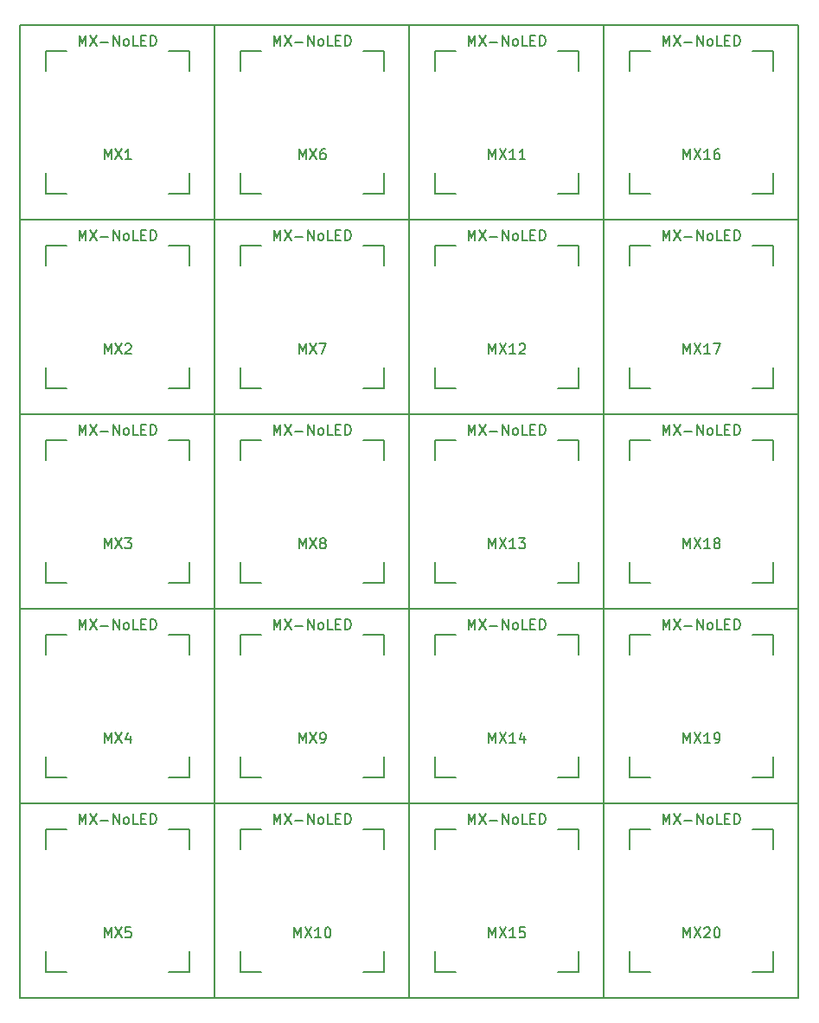
<source format=gbr>
G04 #@! TF.GenerationSoftware,KiCad,Pcbnew,(5.1.10)-1*
G04 #@! TF.CreationDate,2021-09-28T21:06:42+02:00*
G04 #@! TF.ProjectId,SheepyPad,53686565-7079-4506-9164-2e6b69636164,rev?*
G04 #@! TF.SameCoordinates,Original*
G04 #@! TF.FileFunction,OtherDrawing,Comment*
%FSLAX46Y46*%
G04 Gerber Fmt 4.6, Leading zero omitted, Abs format (unit mm)*
G04 Created by KiCad (PCBNEW (5.1.10)-1) date 2021-09-28 21:06:42*
%MOMM*%
%LPD*%
G01*
G04 APERTURE LIST*
%ADD10C,0.150000*%
G04 APERTURE END LIST*
D10*
X106680000Y-64770000D02*
X106680000Y-45720000D01*
X125730000Y-64770000D02*
X106680000Y-64770000D01*
X125730000Y-45720000D02*
X125730000Y-64770000D01*
X106680000Y-45720000D02*
X125730000Y-45720000D01*
X109205000Y-48245000D02*
X109205000Y-50245000D01*
X111205000Y-48245000D02*
X109205000Y-48245000D01*
X109205000Y-62245000D02*
X111205000Y-62245000D01*
X109205000Y-60245000D02*
X109205000Y-62245000D01*
X123205000Y-62245000D02*
X123205000Y-60245000D01*
X121205000Y-62245000D02*
X123205000Y-62245000D01*
X123205000Y-48245000D02*
X123205000Y-50245000D01*
X121205000Y-48245000D02*
X123205000Y-48245000D01*
X106680000Y-121920000D02*
X106680000Y-102870000D01*
X125730000Y-121920000D02*
X106680000Y-121920000D01*
X125730000Y-102870000D02*
X125730000Y-121920000D01*
X106680000Y-102870000D02*
X125730000Y-102870000D01*
X109205000Y-105395000D02*
X109205000Y-107395000D01*
X111205000Y-105395000D02*
X109205000Y-105395000D01*
X109205000Y-119395000D02*
X111205000Y-119395000D01*
X109205000Y-117395000D02*
X109205000Y-119395000D01*
X123205000Y-119395000D02*
X123205000Y-117395000D01*
X121205000Y-119395000D02*
X123205000Y-119395000D01*
X123205000Y-105395000D02*
X123205000Y-107395000D01*
X121205000Y-105395000D02*
X123205000Y-105395000D01*
X163830000Y-140970000D02*
X163830000Y-121920000D01*
X182880000Y-140970000D02*
X163830000Y-140970000D01*
X182880000Y-121920000D02*
X182880000Y-140970000D01*
X163830000Y-121920000D02*
X182880000Y-121920000D01*
X166355000Y-124445000D02*
X166355000Y-126445000D01*
X168355000Y-124445000D02*
X166355000Y-124445000D01*
X166355000Y-138445000D02*
X168355000Y-138445000D01*
X166355000Y-136445000D02*
X166355000Y-138445000D01*
X180355000Y-138445000D02*
X180355000Y-136445000D01*
X178355000Y-138445000D02*
X180355000Y-138445000D01*
X180355000Y-124445000D02*
X180355000Y-126445000D01*
X178355000Y-124445000D02*
X180355000Y-124445000D01*
X163830000Y-121920000D02*
X163830000Y-102870000D01*
X182880000Y-121920000D02*
X163830000Y-121920000D01*
X182880000Y-102870000D02*
X182880000Y-121920000D01*
X163830000Y-102870000D02*
X182880000Y-102870000D01*
X166355000Y-105395000D02*
X166355000Y-107395000D01*
X168355000Y-105395000D02*
X166355000Y-105395000D01*
X166355000Y-119395000D02*
X168355000Y-119395000D01*
X166355000Y-117395000D02*
X166355000Y-119395000D01*
X180355000Y-119395000D02*
X180355000Y-117395000D01*
X178355000Y-119395000D02*
X180355000Y-119395000D01*
X180355000Y-105395000D02*
X180355000Y-107395000D01*
X178355000Y-105395000D02*
X180355000Y-105395000D01*
X163830000Y-102870000D02*
X163830000Y-83820000D01*
X182880000Y-102870000D02*
X163830000Y-102870000D01*
X182880000Y-83820000D02*
X182880000Y-102870000D01*
X163830000Y-83820000D02*
X182880000Y-83820000D01*
X166355000Y-86345000D02*
X166355000Y-88345000D01*
X168355000Y-86345000D02*
X166355000Y-86345000D01*
X166355000Y-100345000D02*
X168355000Y-100345000D01*
X166355000Y-98345000D02*
X166355000Y-100345000D01*
X180355000Y-100345000D02*
X180355000Y-98345000D01*
X178355000Y-100345000D02*
X180355000Y-100345000D01*
X180355000Y-86345000D02*
X180355000Y-88345000D01*
X178355000Y-86345000D02*
X180355000Y-86345000D01*
X163830000Y-83820000D02*
X163830000Y-64770000D01*
X182880000Y-83820000D02*
X163830000Y-83820000D01*
X182880000Y-64770000D02*
X182880000Y-83820000D01*
X163830000Y-64770000D02*
X182880000Y-64770000D01*
X166355000Y-67295000D02*
X166355000Y-69295000D01*
X168355000Y-67295000D02*
X166355000Y-67295000D01*
X166355000Y-81295000D02*
X168355000Y-81295000D01*
X166355000Y-79295000D02*
X166355000Y-81295000D01*
X180355000Y-81295000D02*
X180355000Y-79295000D01*
X178355000Y-81295000D02*
X180355000Y-81295000D01*
X180355000Y-67295000D02*
X180355000Y-69295000D01*
X178355000Y-67295000D02*
X180355000Y-67295000D01*
X163830000Y-64770000D02*
X163830000Y-45720000D01*
X182880000Y-64770000D02*
X163830000Y-64770000D01*
X182880000Y-45720000D02*
X182880000Y-64770000D01*
X163830000Y-45720000D02*
X182880000Y-45720000D01*
X166355000Y-48245000D02*
X166355000Y-50245000D01*
X168355000Y-48245000D02*
X166355000Y-48245000D01*
X166355000Y-62245000D02*
X168355000Y-62245000D01*
X166355000Y-60245000D02*
X166355000Y-62245000D01*
X180355000Y-62245000D02*
X180355000Y-60245000D01*
X178355000Y-62245000D02*
X180355000Y-62245000D01*
X180355000Y-48245000D02*
X180355000Y-50245000D01*
X178355000Y-48245000D02*
X180355000Y-48245000D01*
X144780000Y-140970000D02*
X144780000Y-121920000D01*
X163830000Y-140970000D02*
X144780000Y-140970000D01*
X163830000Y-121920000D02*
X163830000Y-140970000D01*
X144780000Y-121920000D02*
X163830000Y-121920000D01*
X147305000Y-124445000D02*
X147305000Y-126445000D01*
X149305000Y-124445000D02*
X147305000Y-124445000D01*
X147305000Y-138445000D02*
X149305000Y-138445000D01*
X147305000Y-136445000D02*
X147305000Y-138445000D01*
X161305000Y-138445000D02*
X161305000Y-136445000D01*
X159305000Y-138445000D02*
X161305000Y-138445000D01*
X161305000Y-124445000D02*
X161305000Y-126445000D01*
X159305000Y-124445000D02*
X161305000Y-124445000D01*
X144780000Y-121920000D02*
X144780000Y-102870000D01*
X163830000Y-121920000D02*
X144780000Y-121920000D01*
X163830000Y-102870000D02*
X163830000Y-121920000D01*
X144780000Y-102870000D02*
X163830000Y-102870000D01*
X147305000Y-105395000D02*
X147305000Y-107395000D01*
X149305000Y-105395000D02*
X147305000Y-105395000D01*
X147305000Y-119395000D02*
X149305000Y-119395000D01*
X147305000Y-117395000D02*
X147305000Y-119395000D01*
X161305000Y-119395000D02*
X161305000Y-117395000D01*
X159305000Y-119395000D02*
X161305000Y-119395000D01*
X161305000Y-105395000D02*
X161305000Y-107395000D01*
X159305000Y-105395000D02*
X161305000Y-105395000D01*
X144780000Y-102870000D02*
X144780000Y-83820000D01*
X163830000Y-102870000D02*
X144780000Y-102870000D01*
X163830000Y-83820000D02*
X163830000Y-102870000D01*
X144780000Y-83820000D02*
X163830000Y-83820000D01*
X147305000Y-86345000D02*
X147305000Y-88345000D01*
X149305000Y-86345000D02*
X147305000Y-86345000D01*
X147305000Y-100345000D02*
X149305000Y-100345000D01*
X147305000Y-98345000D02*
X147305000Y-100345000D01*
X161305000Y-100345000D02*
X161305000Y-98345000D01*
X159305000Y-100345000D02*
X161305000Y-100345000D01*
X161305000Y-86345000D02*
X161305000Y-88345000D01*
X159305000Y-86345000D02*
X161305000Y-86345000D01*
X144780000Y-83820000D02*
X144780000Y-64770000D01*
X163830000Y-83820000D02*
X144780000Y-83820000D01*
X163830000Y-64770000D02*
X163830000Y-83820000D01*
X144780000Y-64770000D02*
X163830000Y-64770000D01*
X147305000Y-67295000D02*
X147305000Y-69295000D01*
X149305000Y-67295000D02*
X147305000Y-67295000D01*
X147305000Y-81295000D02*
X149305000Y-81295000D01*
X147305000Y-79295000D02*
X147305000Y-81295000D01*
X161305000Y-81295000D02*
X161305000Y-79295000D01*
X159305000Y-81295000D02*
X161305000Y-81295000D01*
X161305000Y-67295000D02*
X161305000Y-69295000D01*
X159305000Y-67295000D02*
X161305000Y-67295000D01*
X144780000Y-64770000D02*
X144780000Y-45720000D01*
X163830000Y-64770000D02*
X144780000Y-64770000D01*
X163830000Y-45720000D02*
X163830000Y-64770000D01*
X144780000Y-45720000D02*
X163830000Y-45720000D01*
X147305000Y-48245000D02*
X147305000Y-50245000D01*
X149305000Y-48245000D02*
X147305000Y-48245000D01*
X147305000Y-62245000D02*
X149305000Y-62245000D01*
X147305000Y-60245000D02*
X147305000Y-62245000D01*
X161305000Y-62245000D02*
X161305000Y-60245000D01*
X159305000Y-62245000D02*
X161305000Y-62245000D01*
X161305000Y-48245000D02*
X161305000Y-50245000D01*
X159305000Y-48245000D02*
X161305000Y-48245000D01*
X125730000Y-140970000D02*
X125730000Y-121920000D01*
X144780000Y-140970000D02*
X125730000Y-140970000D01*
X144780000Y-121920000D02*
X144780000Y-140970000D01*
X125730000Y-121920000D02*
X144780000Y-121920000D01*
X128255000Y-124445000D02*
X128255000Y-126445000D01*
X130255000Y-124445000D02*
X128255000Y-124445000D01*
X128255000Y-138445000D02*
X130255000Y-138445000D01*
X128255000Y-136445000D02*
X128255000Y-138445000D01*
X142255000Y-138445000D02*
X142255000Y-136445000D01*
X140255000Y-138445000D02*
X142255000Y-138445000D01*
X142255000Y-124445000D02*
X142255000Y-126445000D01*
X140255000Y-124445000D02*
X142255000Y-124445000D01*
X125730000Y-121920000D02*
X125730000Y-102870000D01*
X144780000Y-121920000D02*
X125730000Y-121920000D01*
X144780000Y-102870000D02*
X144780000Y-121920000D01*
X125730000Y-102870000D02*
X144780000Y-102870000D01*
X128255000Y-105395000D02*
X128255000Y-107395000D01*
X130255000Y-105395000D02*
X128255000Y-105395000D01*
X128255000Y-119395000D02*
X130255000Y-119395000D01*
X128255000Y-117395000D02*
X128255000Y-119395000D01*
X142255000Y-119395000D02*
X142255000Y-117395000D01*
X140255000Y-119395000D02*
X142255000Y-119395000D01*
X142255000Y-105395000D02*
X142255000Y-107395000D01*
X140255000Y-105395000D02*
X142255000Y-105395000D01*
X125730000Y-102870000D02*
X125730000Y-83820000D01*
X144780000Y-102870000D02*
X125730000Y-102870000D01*
X144780000Y-83820000D02*
X144780000Y-102870000D01*
X125730000Y-83820000D02*
X144780000Y-83820000D01*
X128255000Y-86345000D02*
X128255000Y-88345000D01*
X130255000Y-86345000D02*
X128255000Y-86345000D01*
X128255000Y-100345000D02*
X130255000Y-100345000D01*
X128255000Y-98345000D02*
X128255000Y-100345000D01*
X142255000Y-100345000D02*
X142255000Y-98345000D01*
X140255000Y-100345000D02*
X142255000Y-100345000D01*
X142255000Y-86345000D02*
X142255000Y-88345000D01*
X140255000Y-86345000D02*
X142255000Y-86345000D01*
X125730000Y-83820000D02*
X125730000Y-64770000D01*
X144780000Y-83820000D02*
X125730000Y-83820000D01*
X144780000Y-64770000D02*
X144780000Y-83820000D01*
X125730000Y-64770000D02*
X144780000Y-64770000D01*
X128255000Y-67295000D02*
X128255000Y-69295000D01*
X130255000Y-67295000D02*
X128255000Y-67295000D01*
X128255000Y-81295000D02*
X130255000Y-81295000D01*
X128255000Y-79295000D02*
X128255000Y-81295000D01*
X142255000Y-81295000D02*
X142255000Y-79295000D01*
X140255000Y-81295000D02*
X142255000Y-81295000D01*
X142255000Y-67295000D02*
X142255000Y-69295000D01*
X140255000Y-67295000D02*
X142255000Y-67295000D01*
X125730000Y-64770000D02*
X125730000Y-45720000D01*
X144780000Y-64770000D02*
X125730000Y-64770000D01*
X144780000Y-45720000D02*
X144780000Y-64770000D01*
X125730000Y-45720000D02*
X144780000Y-45720000D01*
X128255000Y-48245000D02*
X128255000Y-50245000D01*
X130255000Y-48245000D02*
X128255000Y-48245000D01*
X128255000Y-62245000D02*
X130255000Y-62245000D01*
X128255000Y-60245000D02*
X128255000Y-62245000D01*
X142255000Y-62245000D02*
X142255000Y-60245000D01*
X140255000Y-62245000D02*
X142255000Y-62245000D01*
X142255000Y-48245000D02*
X142255000Y-50245000D01*
X140255000Y-48245000D02*
X142255000Y-48245000D01*
X106680000Y-140970000D02*
X106680000Y-121920000D01*
X125730000Y-140970000D02*
X106680000Y-140970000D01*
X125730000Y-121920000D02*
X125730000Y-140970000D01*
X106680000Y-121920000D02*
X125730000Y-121920000D01*
X109205000Y-124445000D02*
X109205000Y-126445000D01*
X111205000Y-124445000D02*
X109205000Y-124445000D01*
X109205000Y-138445000D02*
X111205000Y-138445000D01*
X109205000Y-136445000D02*
X109205000Y-138445000D01*
X123205000Y-138445000D02*
X123205000Y-136445000D01*
X121205000Y-138445000D02*
X123205000Y-138445000D01*
X123205000Y-124445000D02*
X123205000Y-126445000D01*
X121205000Y-124445000D02*
X123205000Y-124445000D01*
X106680000Y-102870000D02*
X106680000Y-83820000D01*
X125730000Y-102870000D02*
X106680000Y-102870000D01*
X125730000Y-83820000D02*
X125730000Y-102870000D01*
X106680000Y-83820000D02*
X125730000Y-83820000D01*
X109205000Y-86345000D02*
X109205000Y-88345000D01*
X111205000Y-86345000D02*
X109205000Y-86345000D01*
X109205000Y-100345000D02*
X111205000Y-100345000D01*
X109205000Y-98345000D02*
X109205000Y-100345000D01*
X123205000Y-100345000D02*
X123205000Y-98345000D01*
X121205000Y-100345000D02*
X123205000Y-100345000D01*
X123205000Y-86345000D02*
X123205000Y-88345000D01*
X121205000Y-86345000D02*
X123205000Y-86345000D01*
X106680000Y-83820000D02*
X106680000Y-64770000D01*
X125730000Y-83820000D02*
X106680000Y-83820000D01*
X125730000Y-64770000D02*
X125730000Y-83820000D01*
X106680000Y-64770000D02*
X125730000Y-64770000D01*
X109205000Y-67295000D02*
X109205000Y-69295000D01*
X111205000Y-67295000D02*
X109205000Y-67295000D01*
X109205000Y-81295000D02*
X111205000Y-81295000D01*
X109205000Y-79295000D02*
X109205000Y-81295000D01*
X123205000Y-81295000D02*
X123205000Y-79295000D01*
X121205000Y-81295000D02*
X123205000Y-81295000D01*
X123205000Y-67295000D02*
X123205000Y-69295000D01*
X121205000Y-67295000D02*
X123205000Y-67295000D01*
X114919285Y-58872380D02*
X114919285Y-57872380D01*
X115252619Y-58586666D01*
X115585952Y-57872380D01*
X115585952Y-58872380D01*
X115966904Y-57872380D02*
X116633571Y-58872380D01*
X116633571Y-57872380D02*
X115966904Y-58872380D01*
X117538333Y-58872380D02*
X116966904Y-58872380D01*
X117252619Y-58872380D02*
X117252619Y-57872380D01*
X117157380Y-58015238D01*
X117062142Y-58110476D01*
X116966904Y-58158095D01*
X112443095Y-47759880D02*
X112443095Y-46759880D01*
X112776428Y-47474166D01*
X113109761Y-46759880D01*
X113109761Y-47759880D01*
X113490714Y-46759880D02*
X114157380Y-47759880D01*
X114157380Y-46759880D02*
X113490714Y-47759880D01*
X114538333Y-47378928D02*
X115300238Y-47378928D01*
X115776428Y-47759880D02*
X115776428Y-46759880D01*
X116347857Y-47759880D01*
X116347857Y-46759880D01*
X116966904Y-47759880D02*
X116871666Y-47712261D01*
X116824047Y-47664642D01*
X116776428Y-47569404D01*
X116776428Y-47283690D01*
X116824047Y-47188452D01*
X116871666Y-47140833D01*
X116966904Y-47093214D01*
X117109761Y-47093214D01*
X117205000Y-47140833D01*
X117252619Y-47188452D01*
X117300238Y-47283690D01*
X117300238Y-47569404D01*
X117252619Y-47664642D01*
X117205000Y-47712261D01*
X117109761Y-47759880D01*
X116966904Y-47759880D01*
X118205000Y-47759880D02*
X117728809Y-47759880D01*
X117728809Y-46759880D01*
X118538333Y-47236071D02*
X118871666Y-47236071D01*
X119014523Y-47759880D02*
X118538333Y-47759880D01*
X118538333Y-46759880D01*
X119014523Y-46759880D01*
X119443095Y-47759880D02*
X119443095Y-46759880D01*
X119681190Y-46759880D01*
X119824047Y-46807500D01*
X119919285Y-46902738D01*
X119966904Y-46997976D01*
X120014523Y-47188452D01*
X120014523Y-47331309D01*
X119966904Y-47521785D01*
X119919285Y-47617023D01*
X119824047Y-47712261D01*
X119681190Y-47759880D01*
X119443095Y-47759880D01*
X114919285Y-116022380D02*
X114919285Y-115022380D01*
X115252619Y-115736666D01*
X115585952Y-115022380D01*
X115585952Y-116022380D01*
X115966904Y-115022380D02*
X116633571Y-116022380D01*
X116633571Y-115022380D02*
X115966904Y-116022380D01*
X117443095Y-115355714D02*
X117443095Y-116022380D01*
X117205000Y-114974761D02*
X116966904Y-115689047D01*
X117585952Y-115689047D01*
X112443095Y-104909880D02*
X112443095Y-103909880D01*
X112776428Y-104624166D01*
X113109761Y-103909880D01*
X113109761Y-104909880D01*
X113490714Y-103909880D02*
X114157380Y-104909880D01*
X114157380Y-103909880D02*
X113490714Y-104909880D01*
X114538333Y-104528928D02*
X115300238Y-104528928D01*
X115776428Y-104909880D02*
X115776428Y-103909880D01*
X116347857Y-104909880D01*
X116347857Y-103909880D01*
X116966904Y-104909880D02*
X116871666Y-104862261D01*
X116824047Y-104814642D01*
X116776428Y-104719404D01*
X116776428Y-104433690D01*
X116824047Y-104338452D01*
X116871666Y-104290833D01*
X116966904Y-104243214D01*
X117109761Y-104243214D01*
X117205000Y-104290833D01*
X117252619Y-104338452D01*
X117300238Y-104433690D01*
X117300238Y-104719404D01*
X117252619Y-104814642D01*
X117205000Y-104862261D01*
X117109761Y-104909880D01*
X116966904Y-104909880D01*
X118205000Y-104909880D02*
X117728809Y-104909880D01*
X117728809Y-103909880D01*
X118538333Y-104386071D02*
X118871666Y-104386071D01*
X119014523Y-104909880D02*
X118538333Y-104909880D01*
X118538333Y-103909880D01*
X119014523Y-103909880D01*
X119443095Y-104909880D02*
X119443095Y-103909880D01*
X119681190Y-103909880D01*
X119824047Y-103957500D01*
X119919285Y-104052738D01*
X119966904Y-104147976D01*
X120014523Y-104338452D01*
X120014523Y-104481309D01*
X119966904Y-104671785D01*
X119919285Y-104767023D01*
X119824047Y-104862261D01*
X119681190Y-104909880D01*
X119443095Y-104909880D01*
X171593095Y-135072380D02*
X171593095Y-134072380D01*
X171926428Y-134786666D01*
X172259761Y-134072380D01*
X172259761Y-135072380D01*
X172640714Y-134072380D02*
X173307380Y-135072380D01*
X173307380Y-134072380D02*
X172640714Y-135072380D01*
X173640714Y-134167619D02*
X173688333Y-134120000D01*
X173783571Y-134072380D01*
X174021666Y-134072380D01*
X174116904Y-134120000D01*
X174164523Y-134167619D01*
X174212142Y-134262857D01*
X174212142Y-134358095D01*
X174164523Y-134500952D01*
X173593095Y-135072380D01*
X174212142Y-135072380D01*
X174831190Y-134072380D02*
X174926428Y-134072380D01*
X175021666Y-134120000D01*
X175069285Y-134167619D01*
X175116904Y-134262857D01*
X175164523Y-134453333D01*
X175164523Y-134691428D01*
X175116904Y-134881904D01*
X175069285Y-134977142D01*
X175021666Y-135024761D01*
X174926428Y-135072380D01*
X174831190Y-135072380D01*
X174735952Y-135024761D01*
X174688333Y-134977142D01*
X174640714Y-134881904D01*
X174593095Y-134691428D01*
X174593095Y-134453333D01*
X174640714Y-134262857D01*
X174688333Y-134167619D01*
X174735952Y-134120000D01*
X174831190Y-134072380D01*
X169593095Y-123959880D02*
X169593095Y-122959880D01*
X169926428Y-123674166D01*
X170259761Y-122959880D01*
X170259761Y-123959880D01*
X170640714Y-122959880D02*
X171307380Y-123959880D01*
X171307380Y-122959880D02*
X170640714Y-123959880D01*
X171688333Y-123578928D02*
X172450238Y-123578928D01*
X172926428Y-123959880D02*
X172926428Y-122959880D01*
X173497857Y-123959880D01*
X173497857Y-122959880D01*
X174116904Y-123959880D02*
X174021666Y-123912261D01*
X173974047Y-123864642D01*
X173926428Y-123769404D01*
X173926428Y-123483690D01*
X173974047Y-123388452D01*
X174021666Y-123340833D01*
X174116904Y-123293214D01*
X174259761Y-123293214D01*
X174355000Y-123340833D01*
X174402619Y-123388452D01*
X174450238Y-123483690D01*
X174450238Y-123769404D01*
X174402619Y-123864642D01*
X174355000Y-123912261D01*
X174259761Y-123959880D01*
X174116904Y-123959880D01*
X175355000Y-123959880D02*
X174878809Y-123959880D01*
X174878809Y-122959880D01*
X175688333Y-123436071D02*
X176021666Y-123436071D01*
X176164523Y-123959880D02*
X175688333Y-123959880D01*
X175688333Y-122959880D01*
X176164523Y-122959880D01*
X176593095Y-123959880D02*
X176593095Y-122959880D01*
X176831190Y-122959880D01*
X176974047Y-123007500D01*
X177069285Y-123102738D01*
X177116904Y-123197976D01*
X177164523Y-123388452D01*
X177164523Y-123531309D01*
X177116904Y-123721785D01*
X177069285Y-123817023D01*
X176974047Y-123912261D01*
X176831190Y-123959880D01*
X176593095Y-123959880D01*
X171593095Y-116022380D02*
X171593095Y-115022380D01*
X171926428Y-115736666D01*
X172259761Y-115022380D01*
X172259761Y-116022380D01*
X172640714Y-115022380D02*
X173307380Y-116022380D01*
X173307380Y-115022380D02*
X172640714Y-116022380D01*
X174212142Y-116022380D02*
X173640714Y-116022380D01*
X173926428Y-116022380D02*
X173926428Y-115022380D01*
X173831190Y-115165238D01*
X173735952Y-115260476D01*
X173640714Y-115308095D01*
X174688333Y-116022380D02*
X174878809Y-116022380D01*
X174974047Y-115974761D01*
X175021666Y-115927142D01*
X175116904Y-115784285D01*
X175164523Y-115593809D01*
X175164523Y-115212857D01*
X175116904Y-115117619D01*
X175069285Y-115070000D01*
X174974047Y-115022380D01*
X174783571Y-115022380D01*
X174688333Y-115070000D01*
X174640714Y-115117619D01*
X174593095Y-115212857D01*
X174593095Y-115450952D01*
X174640714Y-115546190D01*
X174688333Y-115593809D01*
X174783571Y-115641428D01*
X174974047Y-115641428D01*
X175069285Y-115593809D01*
X175116904Y-115546190D01*
X175164523Y-115450952D01*
X169593095Y-104909880D02*
X169593095Y-103909880D01*
X169926428Y-104624166D01*
X170259761Y-103909880D01*
X170259761Y-104909880D01*
X170640714Y-103909880D02*
X171307380Y-104909880D01*
X171307380Y-103909880D02*
X170640714Y-104909880D01*
X171688333Y-104528928D02*
X172450238Y-104528928D01*
X172926428Y-104909880D02*
X172926428Y-103909880D01*
X173497857Y-104909880D01*
X173497857Y-103909880D01*
X174116904Y-104909880D02*
X174021666Y-104862261D01*
X173974047Y-104814642D01*
X173926428Y-104719404D01*
X173926428Y-104433690D01*
X173974047Y-104338452D01*
X174021666Y-104290833D01*
X174116904Y-104243214D01*
X174259761Y-104243214D01*
X174355000Y-104290833D01*
X174402619Y-104338452D01*
X174450238Y-104433690D01*
X174450238Y-104719404D01*
X174402619Y-104814642D01*
X174355000Y-104862261D01*
X174259761Y-104909880D01*
X174116904Y-104909880D01*
X175355000Y-104909880D02*
X174878809Y-104909880D01*
X174878809Y-103909880D01*
X175688333Y-104386071D02*
X176021666Y-104386071D01*
X176164523Y-104909880D02*
X175688333Y-104909880D01*
X175688333Y-103909880D01*
X176164523Y-103909880D01*
X176593095Y-104909880D02*
X176593095Y-103909880D01*
X176831190Y-103909880D01*
X176974047Y-103957500D01*
X177069285Y-104052738D01*
X177116904Y-104147976D01*
X177164523Y-104338452D01*
X177164523Y-104481309D01*
X177116904Y-104671785D01*
X177069285Y-104767023D01*
X176974047Y-104862261D01*
X176831190Y-104909880D01*
X176593095Y-104909880D01*
X171593095Y-96972380D02*
X171593095Y-95972380D01*
X171926428Y-96686666D01*
X172259761Y-95972380D01*
X172259761Y-96972380D01*
X172640714Y-95972380D02*
X173307380Y-96972380D01*
X173307380Y-95972380D02*
X172640714Y-96972380D01*
X174212142Y-96972380D02*
X173640714Y-96972380D01*
X173926428Y-96972380D02*
X173926428Y-95972380D01*
X173831190Y-96115238D01*
X173735952Y-96210476D01*
X173640714Y-96258095D01*
X174783571Y-96400952D02*
X174688333Y-96353333D01*
X174640714Y-96305714D01*
X174593095Y-96210476D01*
X174593095Y-96162857D01*
X174640714Y-96067619D01*
X174688333Y-96020000D01*
X174783571Y-95972380D01*
X174974047Y-95972380D01*
X175069285Y-96020000D01*
X175116904Y-96067619D01*
X175164523Y-96162857D01*
X175164523Y-96210476D01*
X175116904Y-96305714D01*
X175069285Y-96353333D01*
X174974047Y-96400952D01*
X174783571Y-96400952D01*
X174688333Y-96448571D01*
X174640714Y-96496190D01*
X174593095Y-96591428D01*
X174593095Y-96781904D01*
X174640714Y-96877142D01*
X174688333Y-96924761D01*
X174783571Y-96972380D01*
X174974047Y-96972380D01*
X175069285Y-96924761D01*
X175116904Y-96877142D01*
X175164523Y-96781904D01*
X175164523Y-96591428D01*
X175116904Y-96496190D01*
X175069285Y-96448571D01*
X174974047Y-96400952D01*
X169593095Y-85859880D02*
X169593095Y-84859880D01*
X169926428Y-85574166D01*
X170259761Y-84859880D01*
X170259761Y-85859880D01*
X170640714Y-84859880D02*
X171307380Y-85859880D01*
X171307380Y-84859880D02*
X170640714Y-85859880D01*
X171688333Y-85478928D02*
X172450238Y-85478928D01*
X172926428Y-85859880D02*
X172926428Y-84859880D01*
X173497857Y-85859880D01*
X173497857Y-84859880D01*
X174116904Y-85859880D02*
X174021666Y-85812261D01*
X173974047Y-85764642D01*
X173926428Y-85669404D01*
X173926428Y-85383690D01*
X173974047Y-85288452D01*
X174021666Y-85240833D01*
X174116904Y-85193214D01*
X174259761Y-85193214D01*
X174355000Y-85240833D01*
X174402619Y-85288452D01*
X174450238Y-85383690D01*
X174450238Y-85669404D01*
X174402619Y-85764642D01*
X174355000Y-85812261D01*
X174259761Y-85859880D01*
X174116904Y-85859880D01*
X175355000Y-85859880D02*
X174878809Y-85859880D01*
X174878809Y-84859880D01*
X175688333Y-85336071D02*
X176021666Y-85336071D01*
X176164523Y-85859880D02*
X175688333Y-85859880D01*
X175688333Y-84859880D01*
X176164523Y-84859880D01*
X176593095Y-85859880D02*
X176593095Y-84859880D01*
X176831190Y-84859880D01*
X176974047Y-84907500D01*
X177069285Y-85002738D01*
X177116904Y-85097976D01*
X177164523Y-85288452D01*
X177164523Y-85431309D01*
X177116904Y-85621785D01*
X177069285Y-85717023D01*
X176974047Y-85812261D01*
X176831190Y-85859880D01*
X176593095Y-85859880D01*
X171593095Y-77922380D02*
X171593095Y-76922380D01*
X171926428Y-77636666D01*
X172259761Y-76922380D01*
X172259761Y-77922380D01*
X172640714Y-76922380D02*
X173307380Y-77922380D01*
X173307380Y-76922380D02*
X172640714Y-77922380D01*
X174212142Y-77922380D02*
X173640714Y-77922380D01*
X173926428Y-77922380D02*
X173926428Y-76922380D01*
X173831190Y-77065238D01*
X173735952Y-77160476D01*
X173640714Y-77208095D01*
X174545476Y-76922380D02*
X175212142Y-76922380D01*
X174783571Y-77922380D01*
X169593095Y-66809880D02*
X169593095Y-65809880D01*
X169926428Y-66524166D01*
X170259761Y-65809880D01*
X170259761Y-66809880D01*
X170640714Y-65809880D02*
X171307380Y-66809880D01*
X171307380Y-65809880D02*
X170640714Y-66809880D01*
X171688333Y-66428928D02*
X172450238Y-66428928D01*
X172926428Y-66809880D02*
X172926428Y-65809880D01*
X173497857Y-66809880D01*
X173497857Y-65809880D01*
X174116904Y-66809880D02*
X174021666Y-66762261D01*
X173974047Y-66714642D01*
X173926428Y-66619404D01*
X173926428Y-66333690D01*
X173974047Y-66238452D01*
X174021666Y-66190833D01*
X174116904Y-66143214D01*
X174259761Y-66143214D01*
X174355000Y-66190833D01*
X174402619Y-66238452D01*
X174450238Y-66333690D01*
X174450238Y-66619404D01*
X174402619Y-66714642D01*
X174355000Y-66762261D01*
X174259761Y-66809880D01*
X174116904Y-66809880D01*
X175355000Y-66809880D02*
X174878809Y-66809880D01*
X174878809Y-65809880D01*
X175688333Y-66286071D02*
X176021666Y-66286071D01*
X176164523Y-66809880D02*
X175688333Y-66809880D01*
X175688333Y-65809880D01*
X176164523Y-65809880D01*
X176593095Y-66809880D02*
X176593095Y-65809880D01*
X176831190Y-65809880D01*
X176974047Y-65857500D01*
X177069285Y-65952738D01*
X177116904Y-66047976D01*
X177164523Y-66238452D01*
X177164523Y-66381309D01*
X177116904Y-66571785D01*
X177069285Y-66667023D01*
X176974047Y-66762261D01*
X176831190Y-66809880D01*
X176593095Y-66809880D01*
X171593095Y-58872380D02*
X171593095Y-57872380D01*
X171926428Y-58586666D01*
X172259761Y-57872380D01*
X172259761Y-58872380D01*
X172640714Y-57872380D02*
X173307380Y-58872380D01*
X173307380Y-57872380D02*
X172640714Y-58872380D01*
X174212142Y-58872380D02*
X173640714Y-58872380D01*
X173926428Y-58872380D02*
X173926428Y-57872380D01*
X173831190Y-58015238D01*
X173735952Y-58110476D01*
X173640714Y-58158095D01*
X175069285Y-57872380D02*
X174878809Y-57872380D01*
X174783571Y-57920000D01*
X174735952Y-57967619D01*
X174640714Y-58110476D01*
X174593095Y-58300952D01*
X174593095Y-58681904D01*
X174640714Y-58777142D01*
X174688333Y-58824761D01*
X174783571Y-58872380D01*
X174974047Y-58872380D01*
X175069285Y-58824761D01*
X175116904Y-58777142D01*
X175164523Y-58681904D01*
X175164523Y-58443809D01*
X175116904Y-58348571D01*
X175069285Y-58300952D01*
X174974047Y-58253333D01*
X174783571Y-58253333D01*
X174688333Y-58300952D01*
X174640714Y-58348571D01*
X174593095Y-58443809D01*
X169593095Y-47759880D02*
X169593095Y-46759880D01*
X169926428Y-47474166D01*
X170259761Y-46759880D01*
X170259761Y-47759880D01*
X170640714Y-46759880D02*
X171307380Y-47759880D01*
X171307380Y-46759880D02*
X170640714Y-47759880D01*
X171688333Y-47378928D02*
X172450238Y-47378928D01*
X172926428Y-47759880D02*
X172926428Y-46759880D01*
X173497857Y-47759880D01*
X173497857Y-46759880D01*
X174116904Y-47759880D02*
X174021666Y-47712261D01*
X173974047Y-47664642D01*
X173926428Y-47569404D01*
X173926428Y-47283690D01*
X173974047Y-47188452D01*
X174021666Y-47140833D01*
X174116904Y-47093214D01*
X174259761Y-47093214D01*
X174355000Y-47140833D01*
X174402619Y-47188452D01*
X174450238Y-47283690D01*
X174450238Y-47569404D01*
X174402619Y-47664642D01*
X174355000Y-47712261D01*
X174259761Y-47759880D01*
X174116904Y-47759880D01*
X175355000Y-47759880D02*
X174878809Y-47759880D01*
X174878809Y-46759880D01*
X175688333Y-47236071D02*
X176021666Y-47236071D01*
X176164523Y-47759880D02*
X175688333Y-47759880D01*
X175688333Y-46759880D01*
X176164523Y-46759880D01*
X176593095Y-47759880D02*
X176593095Y-46759880D01*
X176831190Y-46759880D01*
X176974047Y-46807500D01*
X177069285Y-46902738D01*
X177116904Y-46997976D01*
X177164523Y-47188452D01*
X177164523Y-47331309D01*
X177116904Y-47521785D01*
X177069285Y-47617023D01*
X176974047Y-47712261D01*
X176831190Y-47759880D01*
X176593095Y-47759880D01*
X152543095Y-135072380D02*
X152543095Y-134072380D01*
X152876428Y-134786666D01*
X153209761Y-134072380D01*
X153209761Y-135072380D01*
X153590714Y-134072380D02*
X154257380Y-135072380D01*
X154257380Y-134072380D02*
X153590714Y-135072380D01*
X155162142Y-135072380D02*
X154590714Y-135072380D01*
X154876428Y-135072380D02*
X154876428Y-134072380D01*
X154781190Y-134215238D01*
X154685952Y-134310476D01*
X154590714Y-134358095D01*
X156066904Y-134072380D02*
X155590714Y-134072380D01*
X155543095Y-134548571D01*
X155590714Y-134500952D01*
X155685952Y-134453333D01*
X155924047Y-134453333D01*
X156019285Y-134500952D01*
X156066904Y-134548571D01*
X156114523Y-134643809D01*
X156114523Y-134881904D01*
X156066904Y-134977142D01*
X156019285Y-135024761D01*
X155924047Y-135072380D01*
X155685952Y-135072380D01*
X155590714Y-135024761D01*
X155543095Y-134977142D01*
X150543095Y-123959880D02*
X150543095Y-122959880D01*
X150876428Y-123674166D01*
X151209761Y-122959880D01*
X151209761Y-123959880D01*
X151590714Y-122959880D02*
X152257380Y-123959880D01*
X152257380Y-122959880D02*
X151590714Y-123959880D01*
X152638333Y-123578928D02*
X153400238Y-123578928D01*
X153876428Y-123959880D02*
X153876428Y-122959880D01*
X154447857Y-123959880D01*
X154447857Y-122959880D01*
X155066904Y-123959880D02*
X154971666Y-123912261D01*
X154924047Y-123864642D01*
X154876428Y-123769404D01*
X154876428Y-123483690D01*
X154924047Y-123388452D01*
X154971666Y-123340833D01*
X155066904Y-123293214D01*
X155209761Y-123293214D01*
X155305000Y-123340833D01*
X155352619Y-123388452D01*
X155400238Y-123483690D01*
X155400238Y-123769404D01*
X155352619Y-123864642D01*
X155305000Y-123912261D01*
X155209761Y-123959880D01*
X155066904Y-123959880D01*
X156305000Y-123959880D02*
X155828809Y-123959880D01*
X155828809Y-122959880D01*
X156638333Y-123436071D02*
X156971666Y-123436071D01*
X157114523Y-123959880D02*
X156638333Y-123959880D01*
X156638333Y-122959880D01*
X157114523Y-122959880D01*
X157543095Y-123959880D02*
X157543095Y-122959880D01*
X157781190Y-122959880D01*
X157924047Y-123007500D01*
X158019285Y-123102738D01*
X158066904Y-123197976D01*
X158114523Y-123388452D01*
X158114523Y-123531309D01*
X158066904Y-123721785D01*
X158019285Y-123817023D01*
X157924047Y-123912261D01*
X157781190Y-123959880D01*
X157543095Y-123959880D01*
X152543095Y-116022380D02*
X152543095Y-115022380D01*
X152876428Y-115736666D01*
X153209761Y-115022380D01*
X153209761Y-116022380D01*
X153590714Y-115022380D02*
X154257380Y-116022380D01*
X154257380Y-115022380D02*
X153590714Y-116022380D01*
X155162142Y-116022380D02*
X154590714Y-116022380D01*
X154876428Y-116022380D02*
X154876428Y-115022380D01*
X154781190Y-115165238D01*
X154685952Y-115260476D01*
X154590714Y-115308095D01*
X156019285Y-115355714D02*
X156019285Y-116022380D01*
X155781190Y-114974761D02*
X155543095Y-115689047D01*
X156162142Y-115689047D01*
X150543095Y-104909880D02*
X150543095Y-103909880D01*
X150876428Y-104624166D01*
X151209761Y-103909880D01*
X151209761Y-104909880D01*
X151590714Y-103909880D02*
X152257380Y-104909880D01*
X152257380Y-103909880D02*
X151590714Y-104909880D01*
X152638333Y-104528928D02*
X153400238Y-104528928D01*
X153876428Y-104909880D02*
X153876428Y-103909880D01*
X154447857Y-104909880D01*
X154447857Y-103909880D01*
X155066904Y-104909880D02*
X154971666Y-104862261D01*
X154924047Y-104814642D01*
X154876428Y-104719404D01*
X154876428Y-104433690D01*
X154924047Y-104338452D01*
X154971666Y-104290833D01*
X155066904Y-104243214D01*
X155209761Y-104243214D01*
X155305000Y-104290833D01*
X155352619Y-104338452D01*
X155400238Y-104433690D01*
X155400238Y-104719404D01*
X155352619Y-104814642D01*
X155305000Y-104862261D01*
X155209761Y-104909880D01*
X155066904Y-104909880D01*
X156305000Y-104909880D02*
X155828809Y-104909880D01*
X155828809Y-103909880D01*
X156638333Y-104386071D02*
X156971666Y-104386071D01*
X157114523Y-104909880D02*
X156638333Y-104909880D01*
X156638333Y-103909880D01*
X157114523Y-103909880D01*
X157543095Y-104909880D02*
X157543095Y-103909880D01*
X157781190Y-103909880D01*
X157924047Y-103957500D01*
X158019285Y-104052738D01*
X158066904Y-104147976D01*
X158114523Y-104338452D01*
X158114523Y-104481309D01*
X158066904Y-104671785D01*
X158019285Y-104767023D01*
X157924047Y-104862261D01*
X157781190Y-104909880D01*
X157543095Y-104909880D01*
X152543095Y-96972380D02*
X152543095Y-95972380D01*
X152876428Y-96686666D01*
X153209761Y-95972380D01*
X153209761Y-96972380D01*
X153590714Y-95972380D02*
X154257380Y-96972380D01*
X154257380Y-95972380D02*
X153590714Y-96972380D01*
X155162142Y-96972380D02*
X154590714Y-96972380D01*
X154876428Y-96972380D02*
X154876428Y-95972380D01*
X154781190Y-96115238D01*
X154685952Y-96210476D01*
X154590714Y-96258095D01*
X155495476Y-95972380D02*
X156114523Y-95972380D01*
X155781190Y-96353333D01*
X155924047Y-96353333D01*
X156019285Y-96400952D01*
X156066904Y-96448571D01*
X156114523Y-96543809D01*
X156114523Y-96781904D01*
X156066904Y-96877142D01*
X156019285Y-96924761D01*
X155924047Y-96972380D01*
X155638333Y-96972380D01*
X155543095Y-96924761D01*
X155495476Y-96877142D01*
X150543095Y-85859880D02*
X150543095Y-84859880D01*
X150876428Y-85574166D01*
X151209761Y-84859880D01*
X151209761Y-85859880D01*
X151590714Y-84859880D02*
X152257380Y-85859880D01*
X152257380Y-84859880D02*
X151590714Y-85859880D01*
X152638333Y-85478928D02*
X153400238Y-85478928D01*
X153876428Y-85859880D02*
X153876428Y-84859880D01*
X154447857Y-85859880D01*
X154447857Y-84859880D01*
X155066904Y-85859880D02*
X154971666Y-85812261D01*
X154924047Y-85764642D01*
X154876428Y-85669404D01*
X154876428Y-85383690D01*
X154924047Y-85288452D01*
X154971666Y-85240833D01*
X155066904Y-85193214D01*
X155209761Y-85193214D01*
X155305000Y-85240833D01*
X155352619Y-85288452D01*
X155400238Y-85383690D01*
X155400238Y-85669404D01*
X155352619Y-85764642D01*
X155305000Y-85812261D01*
X155209761Y-85859880D01*
X155066904Y-85859880D01*
X156305000Y-85859880D02*
X155828809Y-85859880D01*
X155828809Y-84859880D01*
X156638333Y-85336071D02*
X156971666Y-85336071D01*
X157114523Y-85859880D02*
X156638333Y-85859880D01*
X156638333Y-84859880D01*
X157114523Y-84859880D01*
X157543095Y-85859880D02*
X157543095Y-84859880D01*
X157781190Y-84859880D01*
X157924047Y-84907500D01*
X158019285Y-85002738D01*
X158066904Y-85097976D01*
X158114523Y-85288452D01*
X158114523Y-85431309D01*
X158066904Y-85621785D01*
X158019285Y-85717023D01*
X157924047Y-85812261D01*
X157781190Y-85859880D01*
X157543095Y-85859880D01*
X152543095Y-77922380D02*
X152543095Y-76922380D01*
X152876428Y-77636666D01*
X153209761Y-76922380D01*
X153209761Y-77922380D01*
X153590714Y-76922380D02*
X154257380Y-77922380D01*
X154257380Y-76922380D02*
X153590714Y-77922380D01*
X155162142Y-77922380D02*
X154590714Y-77922380D01*
X154876428Y-77922380D02*
X154876428Y-76922380D01*
X154781190Y-77065238D01*
X154685952Y-77160476D01*
X154590714Y-77208095D01*
X155543095Y-77017619D02*
X155590714Y-76970000D01*
X155685952Y-76922380D01*
X155924047Y-76922380D01*
X156019285Y-76970000D01*
X156066904Y-77017619D01*
X156114523Y-77112857D01*
X156114523Y-77208095D01*
X156066904Y-77350952D01*
X155495476Y-77922380D01*
X156114523Y-77922380D01*
X150543095Y-66809880D02*
X150543095Y-65809880D01*
X150876428Y-66524166D01*
X151209761Y-65809880D01*
X151209761Y-66809880D01*
X151590714Y-65809880D02*
X152257380Y-66809880D01*
X152257380Y-65809880D02*
X151590714Y-66809880D01*
X152638333Y-66428928D02*
X153400238Y-66428928D01*
X153876428Y-66809880D02*
X153876428Y-65809880D01*
X154447857Y-66809880D01*
X154447857Y-65809880D01*
X155066904Y-66809880D02*
X154971666Y-66762261D01*
X154924047Y-66714642D01*
X154876428Y-66619404D01*
X154876428Y-66333690D01*
X154924047Y-66238452D01*
X154971666Y-66190833D01*
X155066904Y-66143214D01*
X155209761Y-66143214D01*
X155305000Y-66190833D01*
X155352619Y-66238452D01*
X155400238Y-66333690D01*
X155400238Y-66619404D01*
X155352619Y-66714642D01*
X155305000Y-66762261D01*
X155209761Y-66809880D01*
X155066904Y-66809880D01*
X156305000Y-66809880D02*
X155828809Y-66809880D01*
X155828809Y-65809880D01*
X156638333Y-66286071D02*
X156971666Y-66286071D01*
X157114523Y-66809880D02*
X156638333Y-66809880D01*
X156638333Y-65809880D01*
X157114523Y-65809880D01*
X157543095Y-66809880D02*
X157543095Y-65809880D01*
X157781190Y-65809880D01*
X157924047Y-65857500D01*
X158019285Y-65952738D01*
X158066904Y-66047976D01*
X158114523Y-66238452D01*
X158114523Y-66381309D01*
X158066904Y-66571785D01*
X158019285Y-66667023D01*
X157924047Y-66762261D01*
X157781190Y-66809880D01*
X157543095Y-66809880D01*
X152543095Y-58872380D02*
X152543095Y-57872380D01*
X152876428Y-58586666D01*
X153209761Y-57872380D01*
X153209761Y-58872380D01*
X153590714Y-57872380D02*
X154257380Y-58872380D01*
X154257380Y-57872380D02*
X153590714Y-58872380D01*
X155162142Y-58872380D02*
X154590714Y-58872380D01*
X154876428Y-58872380D02*
X154876428Y-57872380D01*
X154781190Y-58015238D01*
X154685952Y-58110476D01*
X154590714Y-58158095D01*
X156114523Y-58872380D02*
X155543095Y-58872380D01*
X155828809Y-58872380D02*
X155828809Y-57872380D01*
X155733571Y-58015238D01*
X155638333Y-58110476D01*
X155543095Y-58158095D01*
X150543095Y-47759880D02*
X150543095Y-46759880D01*
X150876428Y-47474166D01*
X151209761Y-46759880D01*
X151209761Y-47759880D01*
X151590714Y-46759880D02*
X152257380Y-47759880D01*
X152257380Y-46759880D02*
X151590714Y-47759880D01*
X152638333Y-47378928D02*
X153400238Y-47378928D01*
X153876428Y-47759880D02*
X153876428Y-46759880D01*
X154447857Y-47759880D01*
X154447857Y-46759880D01*
X155066904Y-47759880D02*
X154971666Y-47712261D01*
X154924047Y-47664642D01*
X154876428Y-47569404D01*
X154876428Y-47283690D01*
X154924047Y-47188452D01*
X154971666Y-47140833D01*
X155066904Y-47093214D01*
X155209761Y-47093214D01*
X155305000Y-47140833D01*
X155352619Y-47188452D01*
X155400238Y-47283690D01*
X155400238Y-47569404D01*
X155352619Y-47664642D01*
X155305000Y-47712261D01*
X155209761Y-47759880D01*
X155066904Y-47759880D01*
X156305000Y-47759880D02*
X155828809Y-47759880D01*
X155828809Y-46759880D01*
X156638333Y-47236071D02*
X156971666Y-47236071D01*
X157114523Y-47759880D02*
X156638333Y-47759880D01*
X156638333Y-46759880D01*
X157114523Y-46759880D01*
X157543095Y-47759880D02*
X157543095Y-46759880D01*
X157781190Y-46759880D01*
X157924047Y-46807500D01*
X158019285Y-46902738D01*
X158066904Y-46997976D01*
X158114523Y-47188452D01*
X158114523Y-47331309D01*
X158066904Y-47521785D01*
X158019285Y-47617023D01*
X157924047Y-47712261D01*
X157781190Y-47759880D01*
X157543095Y-47759880D01*
X133493095Y-135072380D02*
X133493095Y-134072380D01*
X133826428Y-134786666D01*
X134159761Y-134072380D01*
X134159761Y-135072380D01*
X134540714Y-134072380D02*
X135207380Y-135072380D01*
X135207380Y-134072380D02*
X134540714Y-135072380D01*
X136112142Y-135072380D02*
X135540714Y-135072380D01*
X135826428Y-135072380D02*
X135826428Y-134072380D01*
X135731190Y-134215238D01*
X135635952Y-134310476D01*
X135540714Y-134358095D01*
X136731190Y-134072380D02*
X136826428Y-134072380D01*
X136921666Y-134120000D01*
X136969285Y-134167619D01*
X137016904Y-134262857D01*
X137064523Y-134453333D01*
X137064523Y-134691428D01*
X137016904Y-134881904D01*
X136969285Y-134977142D01*
X136921666Y-135024761D01*
X136826428Y-135072380D01*
X136731190Y-135072380D01*
X136635952Y-135024761D01*
X136588333Y-134977142D01*
X136540714Y-134881904D01*
X136493095Y-134691428D01*
X136493095Y-134453333D01*
X136540714Y-134262857D01*
X136588333Y-134167619D01*
X136635952Y-134120000D01*
X136731190Y-134072380D01*
X131493095Y-123959880D02*
X131493095Y-122959880D01*
X131826428Y-123674166D01*
X132159761Y-122959880D01*
X132159761Y-123959880D01*
X132540714Y-122959880D02*
X133207380Y-123959880D01*
X133207380Y-122959880D02*
X132540714Y-123959880D01*
X133588333Y-123578928D02*
X134350238Y-123578928D01*
X134826428Y-123959880D02*
X134826428Y-122959880D01*
X135397857Y-123959880D01*
X135397857Y-122959880D01*
X136016904Y-123959880D02*
X135921666Y-123912261D01*
X135874047Y-123864642D01*
X135826428Y-123769404D01*
X135826428Y-123483690D01*
X135874047Y-123388452D01*
X135921666Y-123340833D01*
X136016904Y-123293214D01*
X136159761Y-123293214D01*
X136255000Y-123340833D01*
X136302619Y-123388452D01*
X136350238Y-123483690D01*
X136350238Y-123769404D01*
X136302619Y-123864642D01*
X136255000Y-123912261D01*
X136159761Y-123959880D01*
X136016904Y-123959880D01*
X137255000Y-123959880D02*
X136778809Y-123959880D01*
X136778809Y-122959880D01*
X137588333Y-123436071D02*
X137921666Y-123436071D01*
X138064523Y-123959880D02*
X137588333Y-123959880D01*
X137588333Y-122959880D01*
X138064523Y-122959880D01*
X138493095Y-123959880D02*
X138493095Y-122959880D01*
X138731190Y-122959880D01*
X138874047Y-123007500D01*
X138969285Y-123102738D01*
X139016904Y-123197976D01*
X139064523Y-123388452D01*
X139064523Y-123531309D01*
X139016904Y-123721785D01*
X138969285Y-123817023D01*
X138874047Y-123912261D01*
X138731190Y-123959880D01*
X138493095Y-123959880D01*
X133969285Y-116022380D02*
X133969285Y-115022380D01*
X134302619Y-115736666D01*
X134635952Y-115022380D01*
X134635952Y-116022380D01*
X135016904Y-115022380D02*
X135683571Y-116022380D01*
X135683571Y-115022380D02*
X135016904Y-116022380D01*
X136112142Y-116022380D02*
X136302619Y-116022380D01*
X136397857Y-115974761D01*
X136445476Y-115927142D01*
X136540714Y-115784285D01*
X136588333Y-115593809D01*
X136588333Y-115212857D01*
X136540714Y-115117619D01*
X136493095Y-115070000D01*
X136397857Y-115022380D01*
X136207380Y-115022380D01*
X136112142Y-115070000D01*
X136064523Y-115117619D01*
X136016904Y-115212857D01*
X136016904Y-115450952D01*
X136064523Y-115546190D01*
X136112142Y-115593809D01*
X136207380Y-115641428D01*
X136397857Y-115641428D01*
X136493095Y-115593809D01*
X136540714Y-115546190D01*
X136588333Y-115450952D01*
X131493095Y-104909880D02*
X131493095Y-103909880D01*
X131826428Y-104624166D01*
X132159761Y-103909880D01*
X132159761Y-104909880D01*
X132540714Y-103909880D02*
X133207380Y-104909880D01*
X133207380Y-103909880D02*
X132540714Y-104909880D01*
X133588333Y-104528928D02*
X134350238Y-104528928D01*
X134826428Y-104909880D02*
X134826428Y-103909880D01*
X135397857Y-104909880D01*
X135397857Y-103909880D01*
X136016904Y-104909880D02*
X135921666Y-104862261D01*
X135874047Y-104814642D01*
X135826428Y-104719404D01*
X135826428Y-104433690D01*
X135874047Y-104338452D01*
X135921666Y-104290833D01*
X136016904Y-104243214D01*
X136159761Y-104243214D01*
X136255000Y-104290833D01*
X136302619Y-104338452D01*
X136350238Y-104433690D01*
X136350238Y-104719404D01*
X136302619Y-104814642D01*
X136255000Y-104862261D01*
X136159761Y-104909880D01*
X136016904Y-104909880D01*
X137255000Y-104909880D02*
X136778809Y-104909880D01*
X136778809Y-103909880D01*
X137588333Y-104386071D02*
X137921666Y-104386071D01*
X138064523Y-104909880D02*
X137588333Y-104909880D01*
X137588333Y-103909880D01*
X138064523Y-103909880D01*
X138493095Y-104909880D02*
X138493095Y-103909880D01*
X138731190Y-103909880D01*
X138874047Y-103957500D01*
X138969285Y-104052738D01*
X139016904Y-104147976D01*
X139064523Y-104338452D01*
X139064523Y-104481309D01*
X139016904Y-104671785D01*
X138969285Y-104767023D01*
X138874047Y-104862261D01*
X138731190Y-104909880D01*
X138493095Y-104909880D01*
X133969285Y-96972380D02*
X133969285Y-95972380D01*
X134302619Y-96686666D01*
X134635952Y-95972380D01*
X134635952Y-96972380D01*
X135016904Y-95972380D02*
X135683571Y-96972380D01*
X135683571Y-95972380D02*
X135016904Y-96972380D01*
X136207380Y-96400952D02*
X136112142Y-96353333D01*
X136064523Y-96305714D01*
X136016904Y-96210476D01*
X136016904Y-96162857D01*
X136064523Y-96067619D01*
X136112142Y-96020000D01*
X136207380Y-95972380D01*
X136397857Y-95972380D01*
X136493095Y-96020000D01*
X136540714Y-96067619D01*
X136588333Y-96162857D01*
X136588333Y-96210476D01*
X136540714Y-96305714D01*
X136493095Y-96353333D01*
X136397857Y-96400952D01*
X136207380Y-96400952D01*
X136112142Y-96448571D01*
X136064523Y-96496190D01*
X136016904Y-96591428D01*
X136016904Y-96781904D01*
X136064523Y-96877142D01*
X136112142Y-96924761D01*
X136207380Y-96972380D01*
X136397857Y-96972380D01*
X136493095Y-96924761D01*
X136540714Y-96877142D01*
X136588333Y-96781904D01*
X136588333Y-96591428D01*
X136540714Y-96496190D01*
X136493095Y-96448571D01*
X136397857Y-96400952D01*
X131493095Y-85859880D02*
X131493095Y-84859880D01*
X131826428Y-85574166D01*
X132159761Y-84859880D01*
X132159761Y-85859880D01*
X132540714Y-84859880D02*
X133207380Y-85859880D01*
X133207380Y-84859880D02*
X132540714Y-85859880D01*
X133588333Y-85478928D02*
X134350238Y-85478928D01*
X134826428Y-85859880D02*
X134826428Y-84859880D01*
X135397857Y-85859880D01*
X135397857Y-84859880D01*
X136016904Y-85859880D02*
X135921666Y-85812261D01*
X135874047Y-85764642D01*
X135826428Y-85669404D01*
X135826428Y-85383690D01*
X135874047Y-85288452D01*
X135921666Y-85240833D01*
X136016904Y-85193214D01*
X136159761Y-85193214D01*
X136255000Y-85240833D01*
X136302619Y-85288452D01*
X136350238Y-85383690D01*
X136350238Y-85669404D01*
X136302619Y-85764642D01*
X136255000Y-85812261D01*
X136159761Y-85859880D01*
X136016904Y-85859880D01*
X137255000Y-85859880D02*
X136778809Y-85859880D01*
X136778809Y-84859880D01*
X137588333Y-85336071D02*
X137921666Y-85336071D01*
X138064523Y-85859880D02*
X137588333Y-85859880D01*
X137588333Y-84859880D01*
X138064523Y-84859880D01*
X138493095Y-85859880D02*
X138493095Y-84859880D01*
X138731190Y-84859880D01*
X138874047Y-84907500D01*
X138969285Y-85002738D01*
X139016904Y-85097976D01*
X139064523Y-85288452D01*
X139064523Y-85431309D01*
X139016904Y-85621785D01*
X138969285Y-85717023D01*
X138874047Y-85812261D01*
X138731190Y-85859880D01*
X138493095Y-85859880D01*
X133969285Y-77922380D02*
X133969285Y-76922380D01*
X134302619Y-77636666D01*
X134635952Y-76922380D01*
X134635952Y-77922380D01*
X135016904Y-76922380D02*
X135683571Y-77922380D01*
X135683571Y-76922380D02*
X135016904Y-77922380D01*
X135969285Y-76922380D02*
X136635952Y-76922380D01*
X136207380Y-77922380D01*
X131493095Y-66809880D02*
X131493095Y-65809880D01*
X131826428Y-66524166D01*
X132159761Y-65809880D01*
X132159761Y-66809880D01*
X132540714Y-65809880D02*
X133207380Y-66809880D01*
X133207380Y-65809880D02*
X132540714Y-66809880D01*
X133588333Y-66428928D02*
X134350238Y-66428928D01*
X134826428Y-66809880D02*
X134826428Y-65809880D01*
X135397857Y-66809880D01*
X135397857Y-65809880D01*
X136016904Y-66809880D02*
X135921666Y-66762261D01*
X135874047Y-66714642D01*
X135826428Y-66619404D01*
X135826428Y-66333690D01*
X135874047Y-66238452D01*
X135921666Y-66190833D01*
X136016904Y-66143214D01*
X136159761Y-66143214D01*
X136255000Y-66190833D01*
X136302619Y-66238452D01*
X136350238Y-66333690D01*
X136350238Y-66619404D01*
X136302619Y-66714642D01*
X136255000Y-66762261D01*
X136159761Y-66809880D01*
X136016904Y-66809880D01*
X137255000Y-66809880D02*
X136778809Y-66809880D01*
X136778809Y-65809880D01*
X137588333Y-66286071D02*
X137921666Y-66286071D01*
X138064523Y-66809880D02*
X137588333Y-66809880D01*
X137588333Y-65809880D01*
X138064523Y-65809880D01*
X138493095Y-66809880D02*
X138493095Y-65809880D01*
X138731190Y-65809880D01*
X138874047Y-65857500D01*
X138969285Y-65952738D01*
X139016904Y-66047976D01*
X139064523Y-66238452D01*
X139064523Y-66381309D01*
X139016904Y-66571785D01*
X138969285Y-66667023D01*
X138874047Y-66762261D01*
X138731190Y-66809880D01*
X138493095Y-66809880D01*
X133969285Y-58872380D02*
X133969285Y-57872380D01*
X134302619Y-58586666D01*
X134635952Y-57872380D01*
X134635952Y-58872380D01*
X135016904Y-57872380D02*
X135683571Y-58872380D01*
X135683571Y-57872380D02*
X135016904Y-58872380D01*
X136493095Y-57872380D02*
X136302619Y-57872380D01*
X136207380Y-57920000D01*
X136159761Y-57967619D01*
X136064523Y-58110476D01*
X136016904Y-58300952D01*
X136016904Y-58681904D01*
X136064523Y-58777142D01*
X136112142Y-58824761D01*
X136207380Y-58872380D01*
X136397857Y-58872380D01*
X136493095Y-58824761D01*
X136540714Y-58777142D01*
X136588333Y-58681904D01*
X136588333Y-58443809D01*
X136540714Y-58348571D01*
X136493095Y-58300952D01*
X136397857Y-58253333D01*
X136207380Y-58253333D01*
X136112142Y-58300952D01*
X136064523Y-58348571D01*
X136016904Y-58443809D01*
X131493095Y-47759880D02*
X131493095Y-46759880D01*
X131826428Y-47474166D01*
X132159761Y-46759880D01*
X132159761Y-47759880D01*
X132540714Y-46759880D02*
X133207380Y-47759880D01*
X133207380Y-46759880D02*
X132540714Y-47759880D01*
X133588333Y-47378928D02*
X134350238Y-47378928D01*
X134826428Y-47759880D02*
X134826428Y-46759880D01*
X135397857Y-47759880D01*
X135397857Y-46759880D01*
X136016904Y-47759880D02*
X135921666Y-47712261D01*
X135874047Y-47664642D01*
X135826428Y-47569404D01*
X135826428Y-47283690D01*
X135874047Y-47188452D01*
X135921666Y-47140833D01*
X136016904Y-47093214D01*
X136159761Y-47093214D01*
X136255000Y-47140833D01*
X136302619Y-47188452D01*
X136350238Y-47283690D01*
X136350238Y-47569404D01*
X136302619Y-47664642D01*
X136255000Y-47712261D01*
X136159761Y-47759880D01*
X136016904Y-47759880D01*
X137255000Y-47759880D02*
X136778809Y-47759880D01*
X136778809Y-46759880D01*
X137588333Y-47236071D02*
X137921666Y-47236071D01*
X138064523Y-47759880D02*
X137588333Y-47759880D01*
X137588333Y-46759880D01*
X138064523Y-46759880D01*
X138493095Y-47759880D02*
X138493095Y-46759880D01*
X138731190Y-46759880D01*
X138874047Y-46807500D01*
X138969285Y-46902738D01*
X139016904Y-46997976D01*
X139064523Y-47188452D01*
X139064523Y-47331309D01*
X139016904Y-47521785D01*
X138969285Y-47617023D01*
X138874047Y-47712261D01*
X138731190Y-47759880D01*
X138493095Y-47759880D01*
X114919285Y-135072380D02*
X114919285Y-134072380D01*
X115252619Y-134786666D01*
X115585952Y-134072380D01*
X115585952Y-135072380D01*
X115966904Y-134072380D02*
X116633571Y-135072380D01*
X116633571Y-134072380D02*
X115966904Y-135072380D01*
X117490714Y-134072380D02*
X117014523Y-134072380D01*
X116966904Y-134548571D01*
X117014523Y-134500952D01*
X117109761Y-134453333D01*
X117347857Y-134453333D01*
X117443095Y-134500952D01*
X117490714Y-134548571D01*
X117538333Y-134643809D01*
X117538333Y-134881904D01*
X117490714Y-134977142D01*
X117443095Y-135024761D01*
X117347857Y-135072380D01*
X117109761Y-135072380D01*
X117014523Y-135024761D01*
X116966904Y-134977142D01*
X112443095Y-123959880D02*
X112443095Y-122959880D01*
X112776428Y-123674166D01*
X113109761Y-122959880D01*
X113109761Y-123959880D01*
X113490714Y-122959880D02*
X114157380Y-123959880D01*
X114157380Y-122959880D02*
X113490714Y-123959880D01*
X114538333Y-123578928D02*
X115300238Y-123578928D01*
X115776428Y-123959880D02*
X115776428Y-122959880D01*
X116347857Y-123959880D01*
X116347857Y-122959880D01*
X116966904Y-123959880D02*
X116871666Y-123912261D01*
X116824047Y-123864642D01*
X116776428Y-123769404D01*
X116776428Y-123483690D01*
X116824047Y-123388452D01*
X116871666Y-123340833D01*
X116966904Y-123293214D01*
X117109761Y-123293214D01*
X117205000Y-123340833D01*
X117252619Y-123388452D01*
X117300238Y-123483690D01*
X117300238Y-123769404D01*
X117252619Y-123864642D01*
X117205000Y-123912261D01*
X117109761Y-123959880D01*
X116966904Y-123959880D01*
X118205000Y-123959880D02*
X117728809Y-123959880D01*
X117728809Y-122959880D01*
X118538333Y-123436071D02*
X118871666Y-123436071D01*
X119014523Y-123959880D02*
X118538333Y-123959880D01*
X118538333Y-122959880D01*
X119014523Y-122959880D01*
X119443095Y-123959880D02*
X119443095Y-122959880D01*
X119681190Y-122959880D01*
X119824047Y-123007500D01*
X119919285Y-123102738D01*
X119966904Y-123197976D01*
X120014523Y-123388452D01*
X120014523Y-123531309D01*
X119966904Y-123721785D01*
X119919285Y-123817023D01*
X119824047Y-123912261D01*
X119681190Y-123959880D01*
X119443095Y-123959880D01*
X114919285Y-96972380D02*
X114919285Y-95972380D01*
X115252619Y-96686666D01*
X115585952Y-95972380D01*
X115585952Y-96972380D01*
X115966904Y-95972380D02*
X116633571Y-96972380D01*
X116633571Y-95972380D02*
X115966904Y-96972380D01*
X116919285Y-95972380D02*
X117538333Y-95972380D01*
X117205000Y-96353333D01*
X117347857Y-96353333D01*
X117443095Y-96400952D01*
X117490714Y-96448571D01*
X117538333Y-96543809D01*
X117538333Y-96781904D01*
X117490714Y-96877142D01*
X117443095Y-96924761D01*
X117347857Y-96972380D01*
X117062142Y-96972380D01*
X116966904Y-96924761D01*
X116919285Y-96877142D01*
X112443095Y-85859880D02*
X112443095Y-84859880D01*
X112776428Y-85574166D01*
X113109761Y-84859880D01*
X113109761Y-85859880D01*
X113490714Y-84859880D02*
X114157380Y-85859880D01*
X114157380Y-84859880D02*
X113490714Y-85859880D01*
X114538333Y-85478928D02*
X115300238Y-85478928D01*
X115776428Y-85859880D02*
X115776428Y-84859880D01*
X116347857Y-85859880D01*
X116347857Y-84859880D01*
X116966904Y-85859880D02*
X116871666Y-85812261D01*
X116824047Y-85764642D01*
X116776428Y-85669404D01*
X116776428Y-85383690D01*
X116824047Y-85288452D01*
X116871666Y-85240833D01*
X116966904Y-85193214D01*
X117109761Y-85193214D01*
X117205000Y-85240833D01*
X117252619Y-85288452D01*
X117300238Y-85383690D01*
X117300238Y-85669404D01*
X117252619Y-85764642D01*
X117205000Y-85812261D01*
X117109761Y-85859880D01*
X116966904Y-85859880D01*
X118205000Y-85859880D02*
X117728809Y-85859880D01*
X117728809Y-84859880D01*
X118538333Y-85336071D02*
X118871666Y-85336071D01*
X119014523Y-85859880D02*
X118538333Y-85859880D01*
X118538333Y-84859880D01*
X119014523Y-84859880D01*
X119443095Y-85859880D02*
X119443095Y-84859880D01*
X119681190Y-84859880D01*
X119824047Y-84907500D01*
X119919285Y-85002738D01*
X119966904Y-85097976D01*
X120014523Y-85288452D01*
X120014523Y-85431309D01*
X119966904Y-85621785D01*
X119919285Y-85717023D01*
X119824047Y-85812261D01*
X119681190Y-85859880D01*
X119443095Y-85859880D01*
X114919285Y-77922380D02*
X114919285Y-76922380D01*
X115252619Y-77636666D01*
X115585952Y-76922380D01*
X115585952Y-77922380D01*
X115966904Y-76922380D02*
X116633571Y-77922380D01*
X116633571Y-76922380D02*
X115966904Y-77922380D01*
X116966904Y-77017619D02*
X117014523Y-76970000D01*
X117109761Y-76922380D01*
X117347857Y-76922380D01*
X117443095Y-76970000D01*
X117490714Y-77017619D01*
X117538333Y-77112857D01*
X117538333Y-77208095D01*
X117490714Y-77350952D01*
X116919285Y-77922380D01*
X117538333Y-77922380D01*
X112443095Y-66809880D02*
X112443095Y-65809880D01*
X112776428Y-66524166D01*
X113109761Y-65809880D01*
X113109761Y-66809880D01*
X113490714Y-65809880D02*
X114157380Y-66809880D01*
X114157380Y-65809880D02*
X113490714Y-66809880D01*
X114538333Y-66428928D02*
X115300238Y-66428928D01*
X115776428Y-66809880D02*
X115776428Y-65809880D01*
X116347857Y-66809880D01*
X116347857Y-65809880D01*
X116966904Y-66809880D02*
X116871666Y-66762261D01*
X116824047Y-66714642D01*
X116776428Y-66619404D01*
X116776428Y-66333690D01*
X116824047Y-66238452D01*
X116871666Y-66190833D01*
X116966904Y-66143214D01*
X117109761Y-66143214D01*
X117205000Y-66190833D01*
X117252619Y-66238452D01*
X117300238Y-66333690D01*
X117300238Y-66619404D01*
X117252619Y-66714642D01*
X117205000Y-66762261D01*
X117109761Y-66809880D01*
X116966904Y-66809880D01*
X118205000Y-66809880D02*
X117728809Y-66809880D01*
X117728809Y-65809880D01*
X118538333Y-66286071D02*
X118871666Y-66286071D01*
X119014523Y-66809880D02*
X118538333Y-66809880D01*
X118538333Y-65809880D01*
X119014523Y-65809880D01*
X119443095Y-66809880D02*
X119443095Y-65809880D01*
X119681190Y-65809880D01*
X119824047Y-65857500D01*
X119919285Y-65952738D01*
X119966904Y-66047976D01*
X120014523Y-66238452D01*
X120014523Y-66381309D01*
X119966904Y-66571785D01*
X119919285Y-66667023D01*
X119824047Y-66762261D01*
X119681190Y-66809880D01*
X119443095Y-66809880D01*
M02*

</source>
